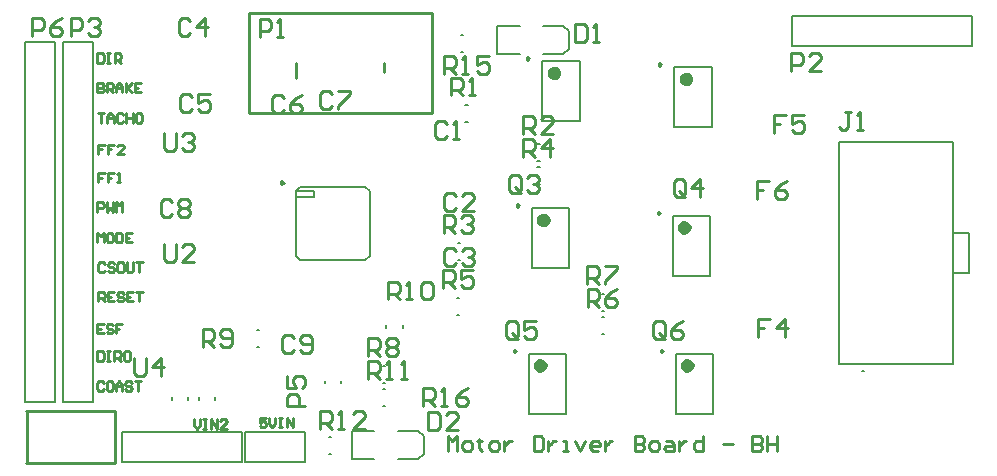
<source format=gto>
%FSTAX23Y23*%
%MOIN*%
%SFA1B1*%

%IPPOS*%
%ADD10C,0.001970*%
%ADD11C,0.023620*%
%ADD12C,0.009840*%
%ADD13C,0.007870*%
%ADD14C,0.006000*%
%ADD15C,0.010000*%
%ADD16C,0.005000*%
%LN3phasedriver-1*%
%LPD*%
G54D10*
X0325Y02744D03*
X03447Y0305D03*
Y0342D03*
G54D11*
X05108Y03296D02*
X05103Y03305D01*
X05093Y03307*
X05085Y03301*
Y0329*
X05093Y03284*
X05103Y03286*
X05108Y03296*
X04673Y03811D02*
X04668Y0382D01*
X04658Y03822*
X0465Y03816*
Y03805*
X04658Y03799*
X04668Y03801*
X04673Y03811*
X05113Y03791D02*
X05108Y038D01*
X05098Y03802*
X0509Y03796*
Y03785*
X05098Y03779*
X05108Y03781*
X05113Y03791*
X04638Y03321D02*
X04633Y0333D01*
X04623Y03332*
X04615Y03326*
Y03315*
X04623Y03309*
X04633Y03311*
X04638Y03321*
X04628Y02836D02*
X04623Y02845D01*
X04613Y02847*
X04605Y02841*
Y0283*
X04613Y02824*
X04623Y02826*
X04628Y02836*
X05118D02*
X05113Y02845D01*
X05103Y02847*
X05095Y02841*
Y0283*
X05103Y02824*
X05113Y02826*
X05118Y02836*
G54D12*
X05014Y03344D02*
X05007Y03348D01*
Y0334*
X05014Y03344*
X04579Y03859D02*
X04572Y03863D01*
Y03855*
X04579Y03859*
X05019Y03839D02*
X05012Y03843D01*
Y03835*
X05019Y03839*
X0376Y03445D02*
X03753Y0345D01*
Y03441*
X0376Y03445*
X04544Y03369D02*
X04537Y03373D01*
Y03365*
X04544Y03369*
X04534Y02884D02*
X04527Y02888D01*
Y0288*
X04534Y02884*
X05024D02*
X05017Y02888D01*
Y0288*
X05024Y02884*
G54D13*
X05695Y02816D02*
X05687D01*
X05695*
X04625Y03966D02*
X04692D01*
Y03875D02*
X04712Y03891D01*
X04692Y03966D02*
X04712Y0395D01*
X04625Y03875D02*
X04692D01*
X04712Y03891D02*
Y0395D01*
X04472Y03875D02*
Y03966D01*
X04547*
X04472Y03875D02*
X04547D01*
X04141Y02616D02*
X04208D01*
Y02525D02*
X04228Y02541D01*
X04208Y02616D02*
X04228Y026D01*
X04141Y02525D02*
X04208D01*
X04228Y02541D02*
Y026D01*
X03988Y02525D02*
Y02616D01*
X04062*
X03988Y02525D02*
X04062D01*
X02898Y03913D02*
X02998D01*
Y02713D02*
Y03913D01*
X02898Y02713D02*
X02998D01*
X02898D02*
Y02788D01*
Y03913*
X0322Y02515D02*
Y02615D01*
X0362*
X0322Y02515D02*
X0362D01*
Y02615*
X05455Y04D02*
X06055D01*
X05455Y039D02*
X06055D01*
Y04*
X05455Y039D02*
Y04D01*
X05057Y03134D02*
X05182D01*
X05057Y03335D02*
X05182D01*
Y03134D02*
Y03335D01*
X05057Y03134D02*
Y03335D01*
X0363Y02515D02*
Y02615D01*
X0383*
Y02515D02*
Y02615D01*
X0363Y02515D02*
X0383D01*
X03025Y0279D02*
Y03915D01*
Y02715D02*
Y0279D01*
Y02715D02*
X03125D01*
Y03915*
X03025D02*
X03125D01*
X04622Y03649D02*
Y0385D01*
X04747Y03649D02*
Y0385D01*
X04622D02*
X04747D01*
X04622Y03649D02*
X04747D01*
X05062Y03629D02*
Y0383D01*
X05187Y03629D02*
Y0383D01*
X05062D02*
X05187D01*
X05062Y03629D02*
X05187D01*
X03802Y03201D02*
Y03418D01*
X04047Y03201D02*
Y03418D01*
X03816Y03432D02*
X04033D01*
X03816Y03187D02*
X04033D01*
X03802Y03418D02*
X03816Y03432D01*
X04033D02*
X04047Y03418D01*
X03802Y03201D02*
X03816Y03187D01*
X04033D02*
X04047Y03201D01*
X03802Y03418D02*
X03862D01*
Y03398D02*
Y03418D01*
X03802Y03398D02*
X03862D01*
X04587Y03159D02*
Y0336D01*
X04712Y03159D02*
Y0336D01*
X04587D02*
X04712D01*
X04587Y03159D02*
X04712D01*
X04577Y02674D02*
Y02875D01*
X04702Y02674D02*
Y02875D01*
X04577D02*
X04702D01*
X04577Y02674D02*
X04702D01*
X05067D02*
Y02875D01*
X05192Y02674D02*
Y02875D01*
X05067D02*
X05192D01*
X05067Y02674D02*
X05192D01*
G54D14*
X03477Y02721D02*
Y02729D01*
X03533Y02721D02*
Y02729D01*
X03387Y02721D02*
Y02729D01*
X03443Y02721D02*
Y02729D01*
X0435Y03938D02*
X04358D01*
X0435Y03882D02*
X04358D01*
X03911Y02598D02*
X03919D01*
X03911Y02542D02*
X03919D01*
X03897Y02776D02*
Y02784D01*
X03953Y02776D02*
Y02784D01*
X03671Y02954D02*
X03679D01*
X03671Y02898D02*
X03679D01*
X04366Y03703D02*
X04374D01*
X04366Y03647D02*
X04374D01*
X04606Y03573D02*
X04614D01*
X04606Y03517D02*
X04614D01*
X04341Y03243D02*
X04349D01*
X04341Y03187D02*
X04349D01*
X04606Y03498D02*
X04614D01*
X04606Y03442D02*
X04614D01*
X04338Y03059D02*
X04346D01*
X04338Y03003D02*
X04346D01*
X04821Y02998D02*
X04829D01*
X04821Y02942D02*
X04829D01*
X04821Y03018D02*
X04829D01*
X04821Y03074D02*
X04829D01*
X04091Y02777D02*
X04099D01*
X04091Y02833D02*
X04099D01*
X04102Y02961D02*
Y02969D01*
X04158Y02961D02*
Y02969D01*
X04091Y02702D02*
X04099D01*
X04091Y02758D02*
X04099D01*
G54D15*
X04095Y03815D02*
Y03845D01*
X03803Y03795D02*
Y03845D01*
X03949Y03677D02*
X04254D01*
Y03846*
Y03681D02*
Y04012D01*
X03644Y03677D02*
X04254D01*
X03644Y04012D02*
X04254D01*
X03644Y03677D02*
Y04012D01*
X02904Y0251D02*
Y02685D01*
X02903D02*
X03199D01*
Y0251D02*
Y02685D01*
X02903Y0251D02*
X03199D01*
X0346Y02657D02*
Y02636D01*
X0347Y02625*
X03481Y02636*
Y02657*
X03491D02*
X03502D01*
X03497*
Y02625*
X03491*
X03502*
X03518D02*
Y02657D01*
X03539Y02625*
Y02657*
X0357Y02625D02*
X03549D01*
X0357Y02646*
Y02652*
X03565Y02657*
X03554*
X03549Y02652*
X03702Y02661D02*
X03681D01*
Y02645*
X03691Y0265*
X03696*
X03702Y02645*
Y02635*
X03696Y02629*
X03686*
X03681Y02635*
X03712Y02661D02*
Y0264D01*
X03723Y02629*
X03733Y0264*
Y02661*
X03744D02*
X03754D01*
X03749*
Y02629*
X03744*
X03754*
X0377D02*
Y02661D01*
X03791Y02629*
Y02661*
X03139Y03876D02*
Y03845D01*
X03155*
X0316Y0385*
Y03871*
X03155Y03876*
X03139*
X03171D02*
X03181D01*
X03176*
Y03845*
X03171*
X03181*
X03197D02*
Y03876D01*
X03213*
X03218Y03871*
Y0386*
X03213Y03855*
X03197*
X03208D02*
X03218Y03845D01*
X03139Y03778D02*
Y03746D01*
X03155*
X0316Y03751*
Y03757*
X03155Y03762*
X03139*
X03155*
X0316Y03767*
Y03772*
X03155Y03778*
X03139*
X03171Y03746D02*
Y03778D01*
X03187*
X03192Y03772*
Y03762*
X03187Y03757*
X03171*
X03181D02*
X03192Y03746D01*
X03202D02*
Y03767D01*
X03213Y03778*
X03223Y03767*
Y03746*
Y03762*
X03202*
X03234Y03778D02*
Y03746D01*
Y03757*
X03255Y03778*
X03239Y03762*
X03255Y03746*
X03286Y03778D02*
X03265D01*
Y03746*
X03286*
X03265Y03762D02*
X03276D01*
X03141Y03677D02*
X03162D01*
X03152*
Y03645*
X03173D02*
Y03666D01*
X03183Y03677*
X03194Y03666*
Y03645*
Y03661*
X03173*
X03225Y03671D02*
X0322Y03677D01*
X03209*
X03204Y03671*
Y0365*
X03209Y03645*
X0322*
X03225Y0365*
X03236Y03677D02*
Y03645D01*
Y03661*
X03257*
Y03677*
Y03645*
X03283Y03677D02*
X03272D01*
X03267Y03671*
Y0365*
X03272Y03645*
X03283*
X03288Y0365*
Y03671*
X03283Y03677*
X03164Y03572D02*
X03143D01*
Y03557*
X03154*
X03143*
Y03541*
X03195Y03572D02*
X03174D01*
Y03557*
X03185*
X03174*
Y03541*
X03227D02*
X03206D01*
X03227Y03562*
Y03567*
X03222Y03572*
X03211*
X03206Y03567*
X03164Y03478D02*
X03143D01*
Y03462*
X03154*
X03143*
Y03446*
X03195Y03478D02*
X03174D01*
Y03462*
X03185*
X03174*
Y03446*
X03206D02*
X03216D01*
X03211*
Y03478*
X03206Y03473*
X03139Y03348D02*
Y0338D01*
X03155*
X0316Y03374*
Y03364*
X03155Y03359*
X03139*
X03171Y0338D02*
Y03348D01*
X03181Y03359*
X03192Y03348*
Y0338*
X03202Y03348D02*
Y0338D01*
X03213Y03369*
X03223Y0338*
Y03348*
X03139Y03246D02*
Y03277D01*
X0315Y03267*
X0316Y03277*
Y03246*
X03186Y03277D02*
X03176D01*
X03171Y03272*
Y03251*
X03176Y03246*
X03186*
X03192Y03251*
Y03272*
X03186Y03277*
X03202D02*
Y03246D01*
X03218*
X03223Y03251*
Y03272*
X03218Y03277*
X03202*
X03255D02*
X03234D01*
Y03246*
X03255*
X03234Y03261D02*
X03244D01*
X03164Y03173D02*
X03159Y03179D01*
X03148*
X03143Y03173*
Y03152*
X03148Y03147*
X03159*
X03164Y03152*
X03195Y03173D02*
X0319Y03179D01*
X0318*
X03174Y03173*
Y03168*
X0318Y03163*
X0319*
X03195Y03158*
Y03152*
X0319Y03147*
X0318*
X03174Y03152*
X03222Y03179D02*
X03211D01*
X03206Y03173*
Y03152*
X03211Y03147*
X03222*
X03227Y03152*
Y03173*
X03222Y03179*
X03237D02*
Y03152D01*
X03243Y03147*
X03253*
X03258Y03152*
Y03179*
X03269D02*
X0329D01*
X03279*
Y03147*
X03143Y03049D02*
Y0308D01*
X03159*
X03164Y03075*
Y03065*
X03159Y03059*
X03143*
X03154D02*
X03164Y03049D01*
X03195Y0308D02*
X03174D01*
Y03049*
X03195*
X03174Y03065D02*
X03185D01*
X03227Y03075D02*
X03222Y0308D01*
X03211*
X03206Y03075*
Y0307*
X03211Y03065*
X03222*
X03227Y03059*
Y03054*
X03222Y03049*
X03211*
X03206Y03054*
X03258Y0308D02*
X03237D01*
Y03049*
X03258*
X03237Y03065D02*
X03248D01*
X03269Y0308D02*
X0329D01*
X03279*
Y03049*
X0316Y02974D02*
X03139D01*
Y02943*
X0316*
X03139Y02958D02*
X0315D01*
X03192Y02969D02*
X03186Y02974D01*
X03176*
X03171Y02969*
Y02964*
X03176Y02958*
X03186*
X03192Y02953*
Y02948*
X03186Y02943*
X03176*
X03171Y02948*
X03223Y02974D02*
X03202D01*
Y02958*
X03213*
X03202*
Y02943*
X03139Y02883D02*
Y02852D01*
X03155*
X0316Y02857*
Y02878*
X03155Y02883*
X03139*
X0317D02*
X03181D01*
X03175*
Y02852*
X0317*
X03181*
X03196D02*
Y02883D01*
X03212*
X03217Y02878*
Y02868*
X03212Y02862*
X03196*
X03207D02*
X03217Y02852D01*
X03244Y02883D02*
X03233D01*
X03228Y02878*
Y02857*
X03233Y02852*
X03244*
X03249Y02857*
Y02878*
X03244Y02883*
X0316Y02778D02*
X03154Y02783D01*
X03144*
X03139Y02778*
Y02757*
X03144Y02751*
X03154*
X0316Y02757*
X03186Y02783D02*
X03175D01*
X0317Y02778*
Y02757*
X03175Y02751*
X03186*
X03191Y02757*
Y02778*
X03186Y02783*
X03202Y02751D02*
Y02772D01*
X03212Y02783*
X03223Y02772*
Y02751*
Y02767*
X03202*
X03254Y02778D02*
X03249Y02783D01*
X03238*
X03233Y02778*
Y02772*
X03238Y02767*
X03249*
X03254Y02762*
Y02757*
X03249Y02751*
X03238*
X03233Y02757*
X03265Y02783D02*
X03285D01*
X03275*
Y02751*
X04307Y02551D02*
Y026D01*
X04323Y02583*
X04339Y026*
Y02551*
X04364D02*
X0438D01*
X04389Y02559*
Y02575*
X0438Y02583*
X04364*
X04356Y02575*
Y02559*
X04364Y02551*
X04413Y02592D02*
Y02583D01*
X04405*
X04421*
X04413*
Y02559*
X04421Y02551*
X04454D02*
X04471D01*
X04479Y02559*
Y02575*
X04471Y02583*
X04454*
X04446Y02575*
Y02559*
X04454Y02551*
X04495Y02583D02*
Y02551D01*
Y02567*
X04503Y02575*
X04512Y02583*
X0452*
X04594Y026D02*
Y02551D01*
X04618*
X04626Y02559*
Y02592*
X04618Y026*
X04594*
X04643Y02583D02*
Y02551D01*
Y02567*
X04651Y02575*
X04659Y02583*
X04667*
X04692Y02551D02*
X04708D01*
X047*
Y02583*
X04692*
X04733D02*
X04749Y02551D01*
X04766Y02583*
X04807Y02551D02*
X0479D01*
X04782Y02559*
Y02575*
X0479Y02583*
X04807*
X04815Y02575*
Y02567*
X04782*
X04831Y02583D02*
Y02551D01*
Y02567*
X0484Y02575*
X04848Y02583*
X04856*
X0493Y026D02*
Y02551D01*
X04954*
X04963Y02559*
Y02567*
X04954Y02575*
X0493*
X04954*
X04963Y02583*
Y02592*
X04954Y026*
X0493*
X04987Y02551D02*
X05004D01*
X05012Y02559*
Y02575*
X05004Y02583*
X04987*
X04979Y02575*
Y02559*
X04987Y02551*
X05036Y02583D02*
X05053D01*
X05061Y02575*
Y02551*
X05036*
X05028Y02559*
X05036Y02567*
X05061*
X05077Y02583D02*
Y02551D01*
Y02567*
X05086Y02575*
X05094Y02583*
X05102*
X05159Y026D02*
Y02551D01*
X05135*
X05127Y02559*
Y02575*
X05135Y02583*
X05159*
X05225Y02575D02*
X05258D01*
X05323Y026D02*
Y02551D01*
X05348*
X05356Y02559*
Y02567*
X05348Y02575*
X05323*
X05348*
X05356Y02583*
Y02592*
X05348Y026*
X05323*
X05373D02*
Y02551D01*
Y02575*
X05405*
Y026*
Y02551*
X02923Y03933D02*
Y03993D01*
X02953*
X02963Y03983*
Y03963*
X02953Y03953*
X02923*
X03023Y03993D02*
X03003Y03983D01*
X02983Y03963*
Y03943*
X02993Y03933*
X03013*
X03023Y03943*
Y03953*
X03013Y03963*
X02983*
X04224Y02702D02*
Y02762D01*
X04254*
X04264Y02752*
Y02732*
X04254Y02722*
X04224*
X04244D02*
X04264Y02702D01*
X04284D02*
X04304D01*
X04294*
Y02762*
X04284Y02752*
X04374Y02762D02*
X04354Y02752D01*
X04334Y02732*
Y02712*
X04344Y02702*
X04364*
X04374Y02712*
Y02722*
X04364Y02732*
X04334*
X04295Y03807D02*
Y03867D01*
X04325*
X04335Y03857*
Y03837*
X04325Y03827*
X04295*
X04315D02*
X04335Y03807D01*
X04355D02*
X04375D01*
X04365*
Y03867*
X04355Y03857*
X04445Y03867D02*
X04405D01*
Y03837*
X04425Y03847*
X04435*
X04445Y03837*
Y03817*
X04435Y03807*
X04415*
X04405Y03817*
X0424Y02682D02*
Y02622D01*
X0427*
X0428Y02632*
Y02672*
X0427Y02682*
X0424*
X0434Y02622D02*
X043D01*
X0434Y02662*
Y02672*
X0433Y02682*
X0431*
X043Y02672*
X04732Y03973D02*
Y03913D01*
X04762*
X04772Y03923*
Y03963*
X04762Y03973*
X04732*
X04792Y03913D02*
X04812D01*
X04802*
Y03973*
X04792Y03963*
X03263Y02859D02*
Y02809D01*
X03273Y02799*
X03293*
X03303Y02809*
Y02859*
X03353Y02799D02*
Y02859D01*
X03323Y02829*
X03363*
X0383Y027D02*
X0377D01*
Y0273*
X0378Y0274*
X038*
X0381Y0273*
Y027*
X0377Y028D02*
Y0276D01*
X038*
X0379Y0278*
Y0279*
X038Y028*
X0382*
X0383Y0279*
Y0277*
X0382Y0276*
X0368Y0393D02*
Y03989D01*
X03709*
X03719Y03979*
Y03959*
X03709Y03949*
X0368*
X03739Y0393D02*
X03759D01*
X03749*
Y03989*
X03739Y03979*
X03882Y02625D02*
Y02684D01*
X03912*
X03922Y02674*
Y02654*
X03912Y02644*
X03882*
X03902D02*
X03922Y02625D01*
X03942D02*
X03962D01*
X03952*
Y02684*
X03942Y02674*
X04032Y02625D02*
X03992D01*
X04032Y02664*
Y02674*
X04022Y02684*
X04002*
X03992Y02674*
X04043Y02791D02*
Y02851D01*
X04073*
X04083Y02841*
Y02821*
X04073Y02811*
X04043*
X04063D02*
X04083Y02791D01*
X04103D02*
X04123D01*
X04113*
Y02851*
X04103Y02841*
X04153Y02791D02*
X04173D01*
X04163*
Y02851*
X04153Y02841*
X04108Y03056D02*
Y03115D01*
X04138*
X04148Y03105*
Y03085*
X04138Y03075*
X04108*
X04128D02*
X04148Y03056D01*
X04168D02*
X04188D01*
X04178*
Y03115*
X04168Y03105*
X04218D02*
X04228Y03115D01*
X04248*
X04258Y03105*
Y03066*
X04248Y03056*
X04228*
X04218Y03066*
Y03105*
X0349Y02896D02*
Y02956D01*
X03519*
X03529Y02946*
Y02926*
X03519Y02916*
X0349*
X03509D02*
X03529Y02896D01*
X03549Y02906D02*
X03559Y02896D01*
X03579*
X03589Y02906*
Y02946*
X03579Y02956*
X03559*
X03549Y02946*
Y02936*
X03559Y02926*
X03589*
X04043Y02866D02*
Y02926D01*
X04073*
X04083Y02916*
Y02896*
X04073Y02886*
X04043*
X04063D02*
X04083Y02866D01*
X04103Y02916D02*
X04113Y02926D01*
X04133*
X04143Y02916*
Y02906*
X04133Y02896*
X04143Y02886*
Y02876*
X04133Y02866*
X04113*
X04103Y02876*
Y02886*
X04113Y02896*
X04103Y02906*
Y02916*
X04113Y02896D02*
X04133D01*
X04773Y03108D02*
Y03168D01*
X04803*
X04813Y03158*
Y03138*
X04803Y03128*
X04773*
X04793D02*
X04813Y03108D01*
X04833Y03168D02*
X04873D01*
Y03158*
X04833Y03118*
Y03108*
X04774Y03032D02*
Y03091D01*
X04803*
X04813Y03081*
Y03061*
X04803Y03051*
X04774*
X04793D02*
X04813Y03032D01*
X04873Y03091D02*
X04853Y03081D01*
X04833Y03061*
Y03042*
X04843Y03032*
X04863*
X04873Y03042*
Y03051*
X04863Y03061*
X04833*
X04291Y03093D02*
Y03153D01*
X0432*
X0433Y03143*
Y03123*
X0432Y03113*
X04291*
X0431D02*
X0433Y03093D01*
X0439Y03153D02*
X0435D01*
Y03123*
X0437Y03133*
X0438*
X0439Y03123*
Y03103*
X0438Y03093*
X0436*
X0435Y03103*
X04559Y03532D02*
Y03591D01*
X04588*
X04598Y03581*
Y03561*
X04588Y03551*
X04559*
X04578D02*
X04598Y03532D01*
X04648D02*
Y03591D01*
X04618Y03561*
X04658*
X04294Y03276D02*
Y03336D01*
X04323*
X04333Y03326*
Y03306*
X04323Y03296*
X04294*
X04313D02*
X04333Y03276D01*
X04353Y03326D02*
X04363Y03336D01*
X04383*
X04393Y03326*
Y03316*
X04383Y03306*
X04373*
X04383*
X04393Y03296*
Y03286*
X04383Y03276*
X04363*
X04353Y03286*
X04559Y03607D02*
Y03666D01*
X04588*
X04598Y03656*
Y03636*
X04588Y03626*
X04559*
X04578D02*
X04598Y03607D01*
X04658D02*
X04618D01*
X04658Y03646*
Y03656*
X04648Y03666*
X04628*
X04618Y03656*
X04319Y03736D02*
Y03795D01*
X04348*
X04358Y03785*
Y03765*
X04348Y03755*
X04319*
X04338D02*
X04358Y03736D01*
X04378D02*
X04398D01*
X04388*
Y03795*
X04378Y03785*
X05031Y02934D02*
Y02974D01*
X05021Y02984*
X05001*
X04991Y02974*
Y02934*
X05001Y02924*
X05021*
X05011Y02944D02*
X05031Y02924D01*
X05021D02*
X05031Y02934D01*
X05091Y02984D02*
X05071Y02974D01*
X05051Y02954*
Y02934*
X05061Y02924*
X05081*
X05091Y02934*
Y02944*
X05081Y02954*
X05051*
X04541Y02934D02*
Y02974D01*
X04531Y02984*
X04511*
X04501Y02974*
Y02934*
X04511Y02924*
X04531*
X04521Y02944D02*
X04541Y02924D01*
X04531D02*
X04541Y02934D01*
X04601Y02984D02*
X04561D01*
Y02954*
X04581Y02964*
X04591*
X04601Y02954*
Y02934*
X04591Y02924*
X04571*
X04561Y02934*
X05099Y03408D02*
Y03448D01*
X05089Y03458*
X0507*
X0506Y03448*
Y03408*
X0507Y03398*
X05089*
X05079Y03418D02*
X05099Y03398D01*
X05089D02*
X05099Y03408D01*
X05149Y03398D02*
Y03458D01*
X05119Y03428*
X05159*
X04551Y03419D02*
Y03459D01*
X04541Y03469*
X04521*
X04511Y03459*
Y03419*
X04521Y03409*
X04541*
X04531Y03429D02*
X04551Y03409D01*
X04541D02*
X04551Y03419D01*
X04571Y03459D02*
X04581Y03469D01*
X04601*
X04611Y03459*
Y03449*
X04601Y03439*
X04591*
X04601*
X04611Y03429*
Y03419*
X04601Y03409*
X04581*
X04571Y03419*
X0305Y03935D02*
Y03994D01*
X03079*
X03089Y03984*
Y03964*
X03079Y03954*
X0305*
X03109Y03984D02*
X03119Y03994D01*
X03139*
X03149Y03984*
Y03974*
X03139Y03964*
X03129*
X03139*
X03149Y03954*
Y03945*
X03139Y03935*
X03119*
X03109Y03945*
X05452Y03818D02*
Y03878D01*
X05482*
X05492Y03868*
Y03848*
X05482Y03838*
X05452*
X05552Y03818D02*
X05512D01*
X05552Y03858*
Y03868*
X05542Y03878*
X05522*
X05512Y03868*
X05652Y0368D02*
X05632D01*
X05642*
Y0363*
X05632Y0362*
X05622*
X05612Y0363*
X05672Y0362D02*
X05692D01*
X05682*
Y0368*
X05672Y0367*
X03796Y02927D02*
X03786Y02937D01*
X03766*
X03756Y02927*
Y02887*
X03766Y02877*
X03786*
X03796Y02887*
X03816D02*
X03826Y02877D01*
X03846*
X03856Y02887*
Y02927*
X03846Y02937*
X03826*
X03816Y02927*
Y02917*
X03826Y02907*
X03856*
X03389Y03379D02*
X03379Y03389D01*
X0336*
X0335Y03379*
Y0334*
X0336Y0333*
X03379*
X03389Y0334*
X03409Y03379D02*
X03419Y03389D01*
X03439*
X03449Y03379*
Y03369*
X03439Y03359*
X03449Y03349*
Y0334*
X03439Y0333*
X03419*
X03409Y0334*
Y03349*
X03419Y03359*
X03409Y03369*
Y03379*
X03419Y03359D02*
X03439D01*
X03921Y03742D02*
X03911Y03752D01*
X03891*
X03881Y03742*
Y03702*
X03891Y03692*
X03911*
X03921Y03702*
X03941Y03752D02*
X03981D01*
Y03742*
X03941Y03702*
Y03692*
X03761Y03727D02*
X03751Y03737D01*
X03731*
X03721Y03727*
Y03687*
X03731Y03677*
X03751*
X03761Y03687*
X03821Y03737D02*
X03801Y03727D01*
X03781Y03707*
Y03687*
X03791Y03677*
X03811*
X03821Y03687*
Y03697*
X03811Y03707*
X03781*
X03454Y03729D02*
X03444Y03739D01*
X03425*
X03415Y03729*
Y0369*
X03425Y0368*
X03444*
X03454Y0369*
X03514Y03739D02*
X03474D01*
Y03709*
X03494Y03719*
X03504*
X03514Y03709*
Y0369*
X03504Y0368*
X03484*
X03474Y0369*
X03449Y03984D02*
X03439Y03994D01*
X0342*
X0341Y03984*
Y03945*
X0342Y03935*
X03439*
X03449Y03945*
X03499Y03935D02*
Y03994D01*
X03469Y03964*
X03509*
X04336Y03217D02*
X04326Y03227D01*
X04306*
X04296Y03217*
Y03177*
X04306Y03167*
X04326*
X04336Y03177*
X04356Y03217D02*
X04366Y03227D01*
X04386*
X04396Y03217*
Y03207*
X04386Y03197*
X04376*
X04386*
X04396Y03187*
Y03177*
X04386Y03167*
X04366*
X04356Y03177*
X04336Y03402D02*
X04326Y03412D01*
X04306*
X04296Y03402*
Y03362*
X04306Y03352*
X04326*
X04336Y03362*
X04396Y03352D02*
X04356D01*
X04396Y03392*
Y03402*
X04386Y03412*
X04366*
X04356Y03402*
X04306Y03642D02*
X04296Y03652D01*
X04276*
X04266Y03642*
Y03602*
X04276Y03592*
X04296*
X04306Y03602*
X04326Y03592D02*
X04346D01*
X04336*
Y03652*
X04326Y03642*
X03362Y03609D02*
Y0356D01*
X03372Y0355*
X03391*
X03401Y0356*
Y03609*
X03421Y03599D02*
X03431Y03609D01*
X03451*
X03461Y03599*
Y03589*
X03451Y03579*
X03441*
X03451*
X03461Y03569*
Y0356*
X03451Y0355*
X03431*
X03421Y0356*
X03362Y03239D02*
Y0319D01*
X03372Y0318*
X03391*
X03401Y0319*
Y03239*
X03461Y0318D02*
X03421D01*
X03461Y03219*
Y03229*
X03451Y03239*
X03431*
X03421Y03229*
X05378Y03451D02*
X05338D01*
Y03421*
X05358*
X05338*
Y03391*
X05438Y03451D02*
X05418Y03441D01*
X05398Y03421*
Y03401*
X05408Y03391*
X05428*
X05438Y03401*
Y03411*
X05428Y03421*
X05398*
X05434Y03669D02*
X05395D01*
Y03639*
X05414*
X05395*
Y0361*
X05494Y03669D02*
X05454D01*
Y03639*
X05474Y03649*
X05484*
X05494Y03639*
Y0362*
X05484Y0361*
X05464*
X05454Y0362*
X05383Y02991D02*
X05343D01*
Y02961*
X05363*
X05343*
Y02931*
X05433D02*
Y02991D01*
X05403Y02961*
X05443*
G54D16*
X05613Y02839D02*
X05991D01*
Y03143*
Y03276*
Y0358*
X05613D02*
X05991D01*
X05613Y02839D02*
Y0358D01*
X06046Y03143D02*
Y03276D01*
X05991Y03143D02*
X06046D01*
X05991Y03276D02*
X06046D01*
M02*
</source>
